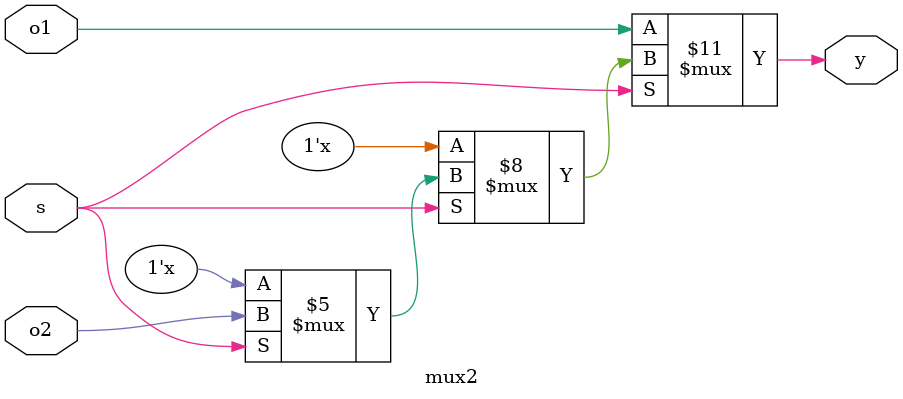
<source format=v>
`timescale 1ns / 1ps


module mux2(
    input o1,o2,s,
    output reg y
    );
    
    
    always@(s,o1,o2)
    begin
     if(s==0)
     begin
     y=o1;
     end
     
     else if(s==1)  
         begin
         y=o2;
         end
         
         end
endmodule

</source>
